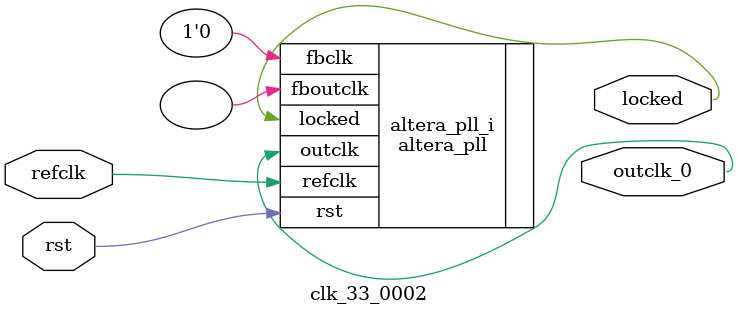
<source format=v>
`timescale 1ns/10ps
module  clk_33_0002(

	// interface 'refclk'
	input wire refclk,

	// interface 'reset'
	input wire rst,

	// interface 'outclk0'
	output wire outclk_0,

	// interface 'locked'
	output wire locked
);

	altera_pll #(
		.fractional_vco_multiplier("false"),
		.reference_clock_frequency("50.0 MHz"),
		.operation_mode("direct"),
		.number_of_clocks(1),
		.output_clock_frequency0("33.000000 MHz"),
		.phase_shift0("0 ps"),
		.duty_cycle0(50),
		.output_clock_frequency1("0 MHz"),
		.phase_shift1("0 ps"),
		.duty_cycle1(50),
		.output_clock_frequency2("0 MHz"),
		.phase_shift2("0 ps"),
		.duty_cycle2(50),
		.output_clock_frequency3("0 MHz"),
		.phase_shift3("0 ps"),
		.duty_cycle3(50),
		.output_clock_frequency4("0 MHz"),
		.phase_shift4("0 ps"),
		.duty_cycle4(50),
		.output_clock_frequency5("0 MHz"),
		.phase_shift5("0 ps"),
		.duty_cycle5(50),
		.output_clock_frequency6("0 MHz"),
		.phase_shift6("0 ps"),
		.duty_cycle6(50),
		.output_clock_frequency7("0 MHz"),
		.phase_shift7("0 ps"),
		.duty_cycle7(50),
		.output_clock_frequency8("0 MHz"),
		.phase_shift8("0 ps"),
		.duty_cycle8(50),
		.output_clock_frequency9("0 MHz"),
		.phase_shift9("0 ps"),
		.duty_cycle9(50),
		.output_clock_frequency10("0 MHz"),
		.phase_shift10("0 ps"),
		.duty_cycle10(50),
		.output_clock_frequency11("0 MHz"),
		.phase_shift11("0 ps"),
		.duty_cycle11(50),
		.output_clock_frequency12("0 MHz"),
		.phase_shift12("0 ps"),
		.duty_cycle12(50),
		.output_clock_frequency13("0 MHz"),
		.phase_shift13("0 ps"),
		.duty_cycle13(50),
		.output_clock_frequency14("0 MHz"),
		.phase_shift14("0 ps"),
		.duty_cycle14(50),
		.output_clock_frequency15("0 MHz"),
		.phase_shift15("0 ps"),
		.duty_cycle15(50),
		.output_clock_frequency16("0 MHz"),
		.phase_shift16("0 ps"),
		.duty_cycle16(50),
		.output_clock_frequency17("0 MHz"),
		.phase_shift17("0 ps"),
		.duty_cycle17(50),
		.pll_type("General"),
		.pll_subtype("General")
	) altera_pll_i (
		.rst	(rst),
		.outclk	({outclk_0}),
		.locked	(locked),
		.fboutclk	( ),
		.fbclk	(1'b0),
		.refclk	(refclk)
	);
endmodule


</source>
